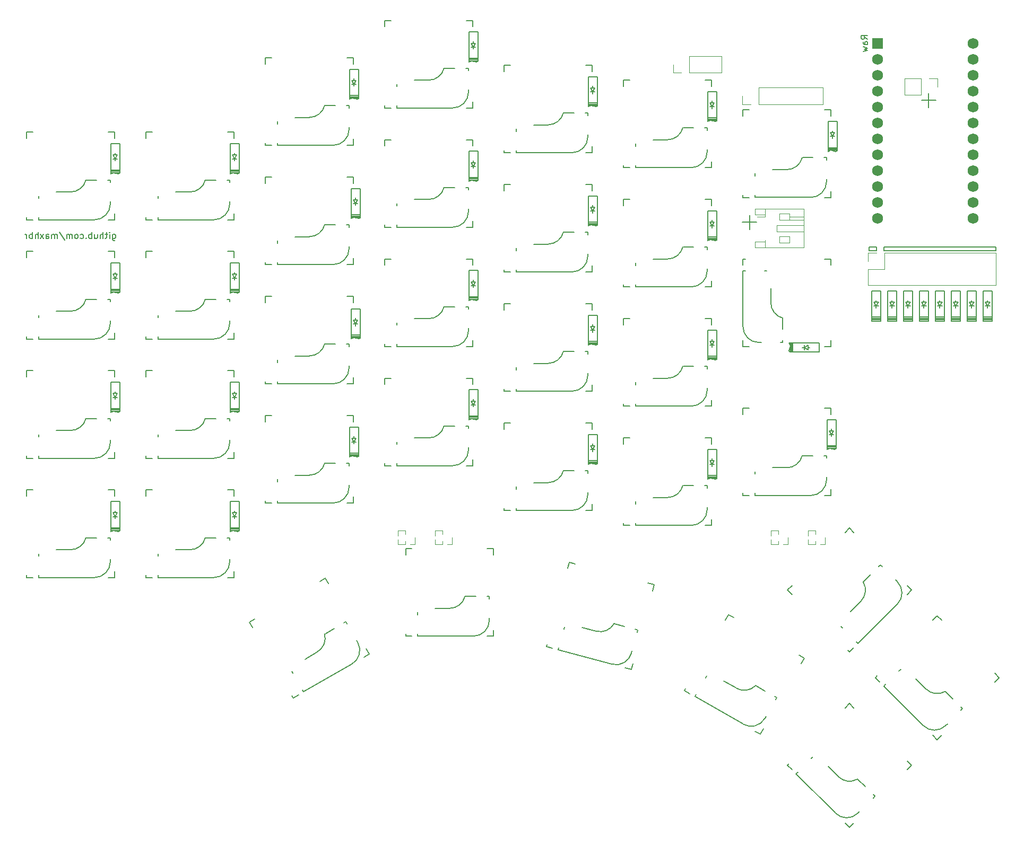
<source format=gbr>
%TF.GenerationSoftware,KiCad,Pcbnew,6.0.4*%
%TF.CreationDate,2022-04-28T08:17:54+02:00*%
%TF.ProjectId,mykeeb,6d796b65-6562-42e6-9b69-6361645f7063,rev?*%
%TF.SameCoordinates,Original*%
%TF.FileFunction,Legend,Bot*%
%TF.FilePolarity,Positive*%
%FSLAX46Y46*%
G04 Gerber Fmt 4.6, Leading zero omitted, Abs format (unit mm)*
G04 Created by KiCad (PCBNEW 6.0.4) date 2022-04-28 08:17:54*
%MOMM*%
%LPD*%
G01*
G04 APERTURE LIST*
%ADD10C,0.150000*%
%ADD11C,0.200000*%
%ADD12C,0.120000*%
%ADD13C,1.752600*%
%ADD14R,1.752600X1.752600*%
G04 APERTURE END LIST*
D10*
X155972006Y-59531300D02*
X154781380Y-59531300D01*
X154781380Y-59531300D02*
X154781380Y-58935987D01*
X154781380Y-58935987D02*
X155972006Y-58935987D01*
X155972006Y-58935987D02*
X155972006Y-59531300D01*
X175022022Y-59531300D02*
X157162632Y-59531300D01*
X157162632Y-59531300D02*
X157162632Y-58935987D01*
X157162632Y-58935987D02*
X175022022Y-58935987D01*
X175022022Y-58935987D02*
X175022022Y-59531300D01*
X34098683Y-56935762D02*
X34098683Y-57745286D01*
X34146302Y-57840524D01*
X34193921Y-57888143D01*
X34289159Y-57935762D01*
X34432017Y-57935762D01*
X34527255Y-57888143D01*
X34098683Y-57554809D02*
X34193921Y-57602428D01*
X34384398Y-57602428D01*
X34479636Y-57554809D01*
X34527255Y-57507190D01*
X34574874Y-57411952D01*
X34574874Y-57126238D01*
X34527255Y-57031000D01*
X34479636Y-56983381D01*
X34384398Y-56935762D01*
X34193921Y-56935762D01*
X34098683Y-56983381D01*
X33622493Y-57602428D02*
X33622493Y-56935762D01*
X33622493Y-56602428D02*
X33670112Y-56650048D01*
X33622493Y-56697667D01*
X33574874Y-56650048D01*
X33622493Y-56602428D01*
X33622493Y-56697667D01*
X33289159Y-56935762D02*
X32908207Y-56935762D01*
X33146302Y-56602428D02*
X33146302Y-57459571D01*
X33098683Y-57554809D01*
X33003445Y-57602428D01*
X32908207Y-57602428D01*
X32574874Y-57602428D02*
X32574874Y-56602428D01*
X32146302Y-57602428D02*
X32146302Y-57078619D01*
X32193921Y-56983381D01*
X32289159Y-56935762D01*
X32432017Y-56935762D01*
X32527255Y-56983381D01*
X32574874Y-57031000D01*
X31241540Y-56935762D02*
X31241540Y-57602428D01*
X31670112Y-56935762D02*
X31670112Y-57459571D01*
X31622493Y-57554809D01*
X31527255Y-57602428D01*
X31384398Y-57602428D01*
X31289159Y-57554809D01*
X31241540Y-57507190D01*
X30765350Y-57602428D02*
X30765350Y-56602428D01*
X30765350Y-56983381D02*
X30670112Y-56935762D01*
X30479636Y-56935762D01*
X30384398Y-56983381D01*
X30336778Y-57031000D01*
X30289159Y-57126238D01*
X30289159Y-57411952D01*
X30336778Y-57507190D01*
X30384398Y-57554809D01*
X30479636Y-57602428D01*
X30670112Y-57602428D01*
X30765350Y-57554809D01*
X29860588Y-57507190D02*
X29812969Y-57554809D01*
X29860588Y-57602428D01*
X29908207Y-57554809D01*
X29860588Y-57507190D01*
X29860588Y-57602428D01*
X28955826Y-57554809D02*
X29051064Y-57602428D01*
X29241540Y-57602428D01*
X29336778Y-57554809D01*
X29384398Y-57507190D01*
X29432017Y-57411952D01*
X29432017Y-57126238D01*
X29384398Y-57031000D01*
X29336778Y-56983381D01*
X29241540Y-56935762D01*
X29051064Y-56935762D01*
X28955826Y-56983381D01*
X28384398Y-57602428D02*
X28479636Y-57554809D01*
X28527255Y-57507190D01*
X28574874Y-57411952D01*
X28574874Y-57126238D01*
X28527255Y-57031000D01*
X28479636Y-56983381D01*
X28384398Y-56935762D01*
X28241540Y-56935762D01*
X28146302Y-56983381D01*
X28098683Y-57031000D01*
X28051064Y-57126238D01*
X28051064Y-57411952D01*
X28098683Y-57507190D01*
X28146302Y-57554809D01*
X28241540Y-57602428D01*
X28384398Y-57602428D01*
X27622493Y-57602428D02*
X27622493Y-56935762D01*
X27622493Y-57031000D02*
X27574874Y-56983381D01*
X27479636Y-56935762D01*
X27336778Y-56935762D01*
X27241540Y-56983381D01*
X27193921Y-57078619D01*
X27193921Y-57602428D01*
X27193921Y-57078619D02*
X27146302Y-56983381D01*
X27051064Y-56935762D01*
X26908207Y-56935762D01*
X26812969Y-56983381D01*
X26765350Y-57078619D01*
X26765350Y-57602428D01*
X25574874Y-56554809D02*
X26432017Y-57840524D01*
X25241540Y-57602428D02*
X25241540Y-56935762D01*
X25241540Y-57031000D02*
X25193921Y-56983381D01*
X25098683Y-56935762D01*
X24955826Y-56935762D01*
X24860588Y-56983381D01*
X24812969Y-57078619D01*
X24812969Y-57602428D01*
X24812969Y-57078619D02*
X24765350Y-56983381D01*
X24670112Y-56935762D01*
X24527255Y-56935762D01*
X24432017Y-56983381D01*
X24384398Y-57078619D01*
X24384398Y-57602428D01*
X23479636Y-57602428D02*
X23479636Y-57078619D01*
X23527255Y-56983381D01*
X23622493Y-56935762D01*
X23812969Y-56935762D01*
X23908207Y-56983381D01*
X23479636Y-57554809D02*
X23574874Y-57602428D01*
X23812969Y-57602428D01*
X23908207Y-57554809D01*
X23955826Y-57459571D01*
X23955826Y-57364333D01*
X23908207Y-57269095D01*
X23812969Y-57221476D01*
X23574874Y-57221476D01*
X23479636Y-57173857D01*
X23098683Y-57602428D02*
X22574874Y-56935762D01*
X23098683Y-56935762D02*
X22574874Y-57602428D01*
X22193921Y-57602428D02*
X22193921Y-56602428D01*
X21765350Y-57602428D02*
X21765350Y-57078619D01*
X21812969Y-56983381D01*
X21908207Y-56935762D01*
X22051064Y-56935762D01*
X22146302Y-56983381D01*
X22193921Y-57031000D01*
X21289159Y-57602428D02*
X21289159Y-56602428D01*
X21289159Y-56983381D02*
X21193921Y-56935762D01*
X21003445Y-56935762D01*
X20908207Y-56983381D01*
X20860588Y-57031000D01*
X20812969Y-57126238D01*
X20812969Y-57411952D01*
X20860588Y-57507190D01*
X20908207Y-57554809D01*
X21003445Y-57602428D01*
X21193921Y-57602428D01*
X21289159Y-57554809D01*
X20384398Y-57602428D02*
X20384398Y-56935762D01*
X20384398Y-57126238D02*
X20336778Y-57031000D01*
X20289159Y-56983381D01*
X20193921Y-56935762D01*
X20098683Y-56935762D01*
X163163427Y-35504453D02*
X165449142Y-35504453D01*
X164306285Y-34361596D02*
X164306285Y-36647310D01*
X136874221Y-54983081D02*
X134588506Y-54983081D01*
X135731364Y-56125938D02*
X135731364Y-53840224D01*
%TO.C,U1*%
X154556380Y-25749333D02*
X154080190Y-25416000D01*
X154556380Y-25177904D02*
X153556380Y-25177904D01*
X153556380Y-25558857D01*
X153604000Y-25654095D01*
X153651619Y-25701714D01*
X153746857Y-25749333D01*
X153889714Y-25749333D01*
X153984952Y-25701714D01*
X154032571Y-25654095D01*
X154080190Y-25558857D01*
X154080190Y-25177904D01*
X154556380Y-26606476D02*
X154032571Y-26606476D01*
X153937333Y-26558857D01*
X153889714Y-26463619D01*
X153889714Y-26273142D01*
X153937333Y-26177904D01*
X154508761Y-26606476D02*
X154556380Y-26511238D01*
X154556380Y-26273142D01*
X154508761Y-26177904D01*
X154413523Y-26130285D01*
X154318285Y-26130285D01*
X154223047Y-26177904D01*
X154175428Y-26273142D01*
X154175428Y-26511238D01*
X154127809Y-26606476D01*
X153889714Y-26987428D02*
X154556380Y-27177904D01*
X154080190Y-27368380D01*
X154556380Y-27558857D01*
X153889714Y-27749333D01*
%TO.C,K26*%
X136604375Y-98663125D02*
X145494375Y-98663125D01*
X148684375Y-84678125D02*
X148684375Y-85678125D01*
X147684375Y-84678125D02*
X148684375Y-84678125D01*
X135684375Y-98678125D02*
X134684375Y-98678125D01*
X148034375Y-92694125D02*
X148034375Y-92313125D01*
X148034375Y-92313125D02*
X147653375Y-92313125D01*
X134684375Y-98678125D02*
X134684375Y-98282125D01*
X134684375Y-85678125D02*
X134684375Y-84678125D01*
X148034375Y-96123125D02*
X148034375Y-95742125D01*
X148684375Y-97678125D02*
X148684375Y-98678125D01*
X136604375Y-98282125D02*
X136604375Y-98663125D01*
X148684375Y-98678125D02*
X147684375Y-98678125D01*
X136604375Y-94853125D02*
X136604375Y-95234125D01*
X141684375Y-94218125D02*
X139398375Y-94218125D01*
X134684375Y-84678125D02*
X135684375Y-84678125D01*
X145875375Y-92313125D02*
X144224375Y-92313125D01*
X141684375Y-94218125D02*
G75*
G03*
X144148537Y-92294165I0J2540000D01*
G01*
X145494375Y-98663125D02*
G75*
G03*
X148034375Y-96123125I0J2540000D01*
G01*
D11*
%TO.C,D33*%
X92378125Y-85953625D02*
X90978125Y-85953625D01*
X91424125Y-86353625D02*
X90978125Y-86553625D01*
X92028125Y-84153625D02*
X91278125Y-84153625D01*
X91678125Y-83553625D02*
X91678125Y-83253625D01*
X92186125Y-86553625D02*
X92378125Y-86407625D01*
X90978125Y-86553625D02*
X90978125Y-81753625D01*
X92028125Y-83553625D02*
X91278125Y-83553625D01*
X92186125Y-86553625D02*
X91424125Y-86353625D01*
X91278125Y-83553625D02*
X91678125Y-84153625D01*
X92378125Y-86153625D02*
X90978125Y-86153625D01*
X92378125Y-86407625D02*
X92378125Y-81753625D01*
X92378125Y-81753625D02*
X90978125Y-81753625D01*
X91678125Y-84153625D02*
X91678125Y-84453625D01*
X92378125Y-86353625D02*
X90978125Y-86353625D01*
X91678125Y-84153625D02*
X92028125Y-83553625D01*
D10*
%TO.C,K14*%
X109934375Y-56594375D02*
X109553375Y-56594375D01*
X98504375Y-62563375D02*
X98504375Y-62944375D01*
X103584375Y-58499375D02*
X101298375Y-58499375D01*
X110584375Y-61959375D02*
X110584375Y-62959375D01*
X98504375Y-59134375D02*
X98504375Y-59515375D01*
X110584375Y-48959375D02*
X110584375Y-49959375D01*
X96584375Y-49959375D02*
X96584375Y-48959375D01*
X109934375Y-56975375D02*
X109934375Y-56594375D01*
X107775375Y-56594375D02*
X106124375Y-56594375D01*
X109934375Y-60404375D02*
X109934375Y-60023375D01*
X110584375Y-62959375D02*
X109584375Y-62959375D01*
X109584375Y-48959375D02*
X110584375Y-48959375D01*
X96584375Y-62959375D02*
X96584375Y-62563375D01*
X96584375Y-48959375D02*
X97584375Y-48959375D01*
X98504375Y-62944375D02*
X107394375Y-62944375D01*
X97584375Y-62959375D02*
X96584375Y-62959375D01*
X103584375Y-58499375D02*
G75*
G03*
X106048537Y-56575415I0J2540000D01*
G01*
X107394375Y-62944375D02*
G75*
G03*
X109934375Y-60404375I0J2540000D01*
G01*
%TO.C,K12*%
X59484375Y-61768750D02*
X58484375Y-61768750D01*
X72484375Y-61768750D02*
X71484375Y-61768750D01*
X72484375Y-60768750D02*
X72484375Y-61768750D01*
X58484375Y-48768750D02*
X58484375Y-47768750D01*
X71834375Y-55784750D02*
X71834375Y-55403750D01*
X58484375Y-61768750D02*
X58484375Y-61372750D01*
X71484375Y-47768750D02*
X72484375Y-47768750D01*
X72484375Y-47768750D02*
X72484375Y-48768750D01*
X71834375Y-59213750D02*
X71834375Y-58832750D01*
X60404375Y-61372750D02*
X60404375Y-61753750D01*
X71834375Y-55403750D02*
X71453375Y-55403750D01*
X60404375Y-61753750D02*
X69294375Y-61753750D01*
X65484375Y-57308750D02*
X63198375Y-57308750D01*
X58484375Y-47768750D02*
X59484375Y-47768750D01*
X60404375Y-57943750D02*
X60404375Y-58324750D01*
X69675375Y-55403750D02*
X68024375Y-55403750D01*
X65484375Y-57308750D02*
G75*
G03*
X67948537Y-55384790I0J2540000D01*
G01*
X69294375Y-61753750D02*
G75*
G03*
X71834375Y-59213750I0J2540000D01*
G01*
D11*
%TO.C,D32*%
X72374125Y-92306750D02*
X71928125Y-92506750D01*
X72628125Y-89506750D02*
X72628125Y-89206750D01*
X73328125Y-92106750D02*
X71928125Y-92106750D01*
X72978125Y-90106750D02*
X72228125Y-90106750D01*
X73136125Y-92506750D02*
X72374125Y-92306750D01*
X71928125Y-92506750D02*
X71928125Y-87706750D01*
X73328125Y-87706750D02*
X71928125Y-87706750D01*
X72228125Y-89506750D02*
X72628125Y-90106750D01*
X73136125Y-92506750D02*
X73328125Y-92360750D01*
X72978125Y-89506750D02*
X72228125Y-89506750D01*
X73328125Y-91906750D02*
X71928125Y-91906750D01*
X72628125Y-90106750D02*
X72978125Y-89506750D01*
X73328125Y-92306750D02*
X71928125Y-92306750D01*
X72628125Y-90106750D02*
X72628125Y-90406750D01*
X73328125Y-92360750D02*
X73328125Y-87706750D01*
D10*
%TO.C,K22*%
X72484375Y-66818750D02*
X72484375Y-67818750D01*
X65484375Y-76358750D02*
X63198375Y-76358750D01*
X71834375Y-74453750D02*
X71453375Y-74453750D01*
X58484375Y-66818750D02*
X59484375Y-66818750D01*
X71834375Y-74834750D02*
X71834375Y-74453750D01*
X60404375Y-76993750D02*
X60404375Y-77374750D01*
X60404375Y-80422750D02*
X60404375Y-80803750D01*
X71484375Y-66818750D02*
X72484375Y-66818750D01*
X69675375Y-74453750D02*
X68024375Y-74453750D01*
X58484375Y-80818750D02*
X58484375Y-80422750D01*
X72484375Y-80818750D02*
X71484375Y-80818750D01*
X60404375Y-80803750D02*
X69294375Y-80803750D01*
X71834375Y-78263750D02*
X71834375Y-77882750D01*
X59484375Y-80818750D02*
X58484375Y-80818750D01*
X72484375Y-79818750D02*
X72484375Y-80818750D01*
X58484375Y-67818750D02*
X58484375Y-66818750D01*
X69294375Y-80803750D02*
G75*
G03*
X71834375Y-78263750I0J2540000D01*
G01*
X65484375Y-76358750D02*
G75*
G03*
X67948537Y-74434790I0J2540000D01*
G01*
%TO.C,K45*%
X165692599Y-117866627D02*
X166399706Y-118573734D01*
X164985492Y-118573734D02*
X165692599Y-117866627D01*
X165692599Y-137665617D02*
X164985492Y-136958510D01*
X169464307Y-132974671D02*
X169733714Y-132705263D01*
X159855433Y-126419084D02*
X159586025Y-126688491D01*
X157430763Y-128843753D02*
X157161356Y-129113160D01*
X156500211Y-128473229D02*
X155793104Y-127766122D01*
X174884987Y-127059015D02*
X175592094Y-127766122D01*
X167039637Y-135399340D02*
X167309045Y-135129932D01*
X168207071Y-131178619D02*
X167039637Y-130011186D01*
X166399706Y-136958510D02*
X165692599Y-137665617D01*
X157161356Y-129113160D02*
X163447535Y-135399340D01*
X163896548Y-129562173D02*
X162280102Y-127945727D01*
X175592094Y-127766122D02*
X174884987Y-128473229D01*
X155793104Y-127766122D02*
X156073118Y-127486108D01*
X169733714Y-132705263D02*
X169464307Y-132435855D01*
X163896548Y-129562173D02*
G75*
G03*
X166999419Y-129944154I1796051J1796051D01*
G01*
X163447535Y-135399340D02*
G75*
G03*
X167039637Y-135399340I1796051J1796052D01*
G01*
%TO.C,K44*%
X151692599Y-151665617D02*
X150985492Y-150958510D01*
X150985492Y-132573734D02*
X151692599Y-131866627D01*
X161592094Y-141766122D02*
X160884987Y-142473229D01*
X155733714Y-146705263D02*
X155464307Y-146435855D01*
X160884987Y-141059015D02*
X161592094Y-141766122D01*
X143430763Y-142843753D02*
X143161356Y-143113160D01*
X142500211Y-142473229D02*
X141793104Y-141766122D01*
X155464307Y-146974671D02*
X155733714Y-146705263D01*
X149896548Y-143562173D02*
X148280102Y-141945727D01*
X145855433Y-140419084D02*
X145586025Y-140688491D01*
X143161356Y-143113160D02*
X149447535Y-149399340D01*
X153039637Y-149399340D02*
X153309045Y-149129932D01*
X151692599Y-131866627D02*
X152399706Y-132573734D01*
X154207071Y-145178619D02*
X153039637Y-144011186D01*
X141793104Y-141766122D02*
X142073118Y-141486108D01*
X152399706Y-150958510D02*
X151692599Y-151665617D01*
X149896548Y-143562173D02*
G75*
G03*
X152999419Y-143944154I1796051J1796051D01*
G01*
X149447535Y-149399340D02*
G75*
G03*
X153039637Y-149399340I1796051J1796052D01*
G01*
D11*
%TO.C,D10*%
X34878125Y-63913000D02*
X34128125Y-63913000D01*
X35036125Y-66313000D02*
X35228125Y-66167000D01*
X34128125Y-63313000D02*
X34528125Y-63913000D01*
X35228125Y-65713000D02*
X33828125Y-65713000D01*
X35228125Y-61513000D02*
X33828125Y-61513000D01*
X35228125Y-65913000D02*
X33828125Y-65913000D01*
X34528125Y-63313000D02*
X34528125Y-63013000D01*
X34528125Y-63913000D02*
X34528125Y-64213000D01*
X35228125Y-66167000D02*
X35228125Y-61513000D01*
X34528125Y-63913000D02*
X34878125Y-63313000D01*
X35228125Y-66113000D02*
X33828125Y-66113000D01*
X34878125Y-63313000D02*
X34128125Y-63313000D01*
X34274125Y-66113000D02*
X33828125Y-66313000D01*
X35036125Y-66313000D02*
X34274125Y-66113000D01*
X33828125Y-66313000D02*
X33828125Y-61513000D01*
%TO.C,D2*%
X72628125Y-32956750D02*
X72978125Y-32356750D01*
X72628125Y-32356750D02*
X72628125Y-32056750D01*
X73328125Y-30556750D02*
X71928125Y-30556750D01*
X72228125Y-32356750D02*
X72628125Y-32956750D01*
X71928125Y-35356750D02*
X71928125Y-30556750D01*
X73328125Y-35156750D02*
X71928125Y-35156750D01*
X72374125Y-35156750D02*
X71928125Y-35356750D01*
X73328125Y-34956750D02*
X71928125Y-34956750D01*
X73136125Y-35356750D02*
X72374125Y-35156750D01*
X72628125Y-32956750D02*
X72628125Y-33256750D01*
X73328125Y-35210750D02*
X73328125Y-30556750D01*
X72978125Y-32956750D02*
X72228125Y-32956750D01*
X73136125Y-35356750D02*
X73328125Y-35210750D01*
X72978125Y-32356750D02*
X72228125Y-32356750D01*
X73328125Y-34756750D02*
X71928125Y-34756750D01*
D10*
%TO.C,K30*%
X20384375Y-111775000D02*
X20384375Y-111379000D01*
X34384375Y-110775000D02*
X34384375Y-111775000D01*
X22304375Y-107950000D02*
X22304375Y-108331000D01*
X33734375Y-105791000D02*
X33734375Y-105410000D01*
X20384375Y-98775000D02*
X20384375Y-97775000D01*
X33734375Y-109220000D02*
X33734375Y-108839000D01*
X33384375Y-97775000D02*
X34384375Y-97775000D01*
X33734375Y-105410000D02*
X33353375Y-105410000D01*
X34384375Y-111775000D02*
X33384375Y-111775000D01*
X21384375Y-111775000D02*
X20384375Y-111775000D01*
X20384375Y-97775000D02*
X21384375Y-97775000D01*
X22304375Y-111760000D02*
X31194375Y-111760000D01*
X31575375Y-105410000D02*
X29924375Y-105410000D01*
X27384375Y-107315000D02*
X25098375Y-107315000D01*
X34384375Y-97775000D02*
X34384375Y-98775000D01*
X22304375Y-111379000D02*
X22304375Y-111760000D01*
X31194375Y-111760000D02*
G75*
G03*
X33734375Y-109220000I0J2540000D01*
G01*
X27384375Y-107315000D02*
G75*
G03*
X29848537Y-105391040I0J2540000D01*
G01*
D11*
%TO.C,D14*%
X111078125Y-53197375D02*
X110328125Y-53197375D01*
X110728125Y-53197375D02*
X110728125Y-53497375D01*
X110328125Y-52597375D02*
X110728125Y-53197375D01*
X110474125Y-55397375D02*
X110028125Y-55597375D01*
X111236125Y-55597375D02*
X110474125Y-55397375D01*
X111236125Y-55597375D02*
X111428125Y-55451375D01*
X111078125Y-52597375D02*
X110328125Y-52597375D01*
X110728125Y-53197375D02*
X111078125Y-52597375D01*
X111428125Y-50797375D02*
X110028125Y-50797375D01*
X111428125Y-54997375D02*
X110028125Y-54997375D01*
X111428125Y-55451375D02*
X111428125Y-50797375D01*
X110028125Y-55597375D02*
X110028125Y-50797375D01*
X111428125Y-55197375D02*
X110028125Y-55197375D01*
X110728125Y-52597375D02*
X110728125Y-52297375D01*
X111428125Y-55397375D02*
X110028125Y-55397375D01*
%TO.C,D5*%
X130478125Y-38528625D02*
X129078125Y-38528625D01*
X129778125Y-36528625D02*
X129778125Y-36828625D01*
X129078125Y-38928625D02*
X129078125Y-34128625D01*
X130478125Y-38328625D02*
X129078125Y-38328625D01*
X129378125Y-35928625D02*
X129778125Y-36528625D01*
X129778125Y-35928625D02*
X129778125Y-35628625D01*
X130478125Y-38728625D02*
X129078125Y-38728625D01*
X130286125Y-38928625D02*
X130478125Y-38782625D01*
X130128125Y-35928625D02*
X129378125Y-35928625D01*
X130478125Y-38782625D02*
X130478125Y-34128625D01*
X129778125Y-36528625D02*
X130128125Y-35928625D01*
X130478125Y-34128625D02*
X129078125Y-34128625D01*
X129524125Y-38728625D02*
X129078125Y-38928625D01*
X130286125Y-38928625D02*
X129524125Y-38728625D01*
X130128125Y-36528625D02*
X129378125Y-36528625D01*
%TO.C,D15*%
X130478125Y-57578625D02*
X129078125Y-57578625D01*
X129778125Y-54978625D02*
X129778125Y-54678625D01*
X129524125Y-57778625D02*
X129078125Y-57978625D01*
X130128125Y-54978625D02*
X129378125Y-54978625D01*
X129778125Y-55578625D02*
X129778125Y-55878625D01*
X130478125Y-57778625D02*
X129078125Y-57778625D01*
X129378125Y-54978625D02*
X129778125Y-55578625D01*
X130128125Y-55578625D02*
X129378125Y-55578625D01*
X130286125Y-57978625D02*
X130478125Y-57832625D01*
X130478125Y-57378625D02*
X129078125Y-57378625D01*
X130286125Y-57978625D02*
X129524125Y-57778625D01*
X130478125Y-57832625D02*
X130478125Y-53178625D01*
X129778125Y-55578625D02*
X130128125Y-54978625D01*
X130478125Y-53178625D02*
X129078125Y-53178625D01*
X129078125Y-57978625D02*
X129078125Y-53178625D01*
%TO.C,D11*%
X52878125Y-66313000D02*
X52878125Y-61513000D01*
X53928125Y-63913000D02*
X53178125Y-63913000D01*
X53578125Y-63913000D02*
X53928125Y-63313000D01*
X53578125Y-63313000D02*
X53578125Y-63013000D01*
X54086125Y-66313000D02*
X53324125Y-66113000D01*
X53928125Y-63313000D02*
X53178125Y-63313000D01*
X54278125Y-65913000D02*
X52878125Y-65913000D01*
X54278125Y-65713000D02*
X52878125Y-65713000D01*
X54278125Y-61513000D02*
X52878125Y-61513000D01*
X54086125Y-66313000D02*
X54278125Y-66167000D01*
X54278125Y-66167000D02*
X54278125Y-61513000D01*
X53578125Y-63913000D02*
X53578125Y-64213000D01*
X53178125Y-63313000D02*
X53578125Y-63913000D01*
X53324125Y-66113000D02*
X52878125Y-66313000D01*
X54278125Y-66113000D02*
X52878125Y-66113000D01*
D10*
%TO.C,K31*%
X46434375Y-107315000D02*
X44148375Y-107315000D01*
X41354375Y-107950000D02*
X41354375Y-108331000D01*
X40434375Y-111775000D02*
X39434375Y-111775000D01*
X53434375Y-97775000D02*
X53434375Y-98775000D01*
X41354375Y-111379000D02*
X41354375Y-111760000D01*
X52434375Y-97775000D02*
X53434375Y-97775000D01*
X52784375Y-109220000D02*
X52784375Y-108839000D01*
X53434375Y-111775000D02*
X52434375Y-111775000D01*
X53434375Y-110775000D02*
X53434375Y-111775000D01*
X41354375Y-111760000D02*
X50244375Y-111760000D01*
X50625375Y-105410000D02*
X48974375Y-105410000D01*
X52784375Y-105791000D02*
X52784375Y-105410000D01*
X39434375Y-97775000D02*
X40434375Y-97775000D01*
X39434375Y-98775000D02*
X39434375Y-97775000D01*
X52784375Y-105410000D02*
X52403375Y-105410000D01*
X39434375Y-111775000D02*
X39434375Y-111379000D01*
X50244375Y-111760000D02*
G75*
G03*
X52784375Y-109220000I0J2540000D01*
G01*
X46434375Y-107315000D02*
G75*
G03*
X48898537Y-105391040I0J2540000D01*
G01*
%TO.C,K40*%
X68046553Y-111881572D02*
X68546553Y-112747598D01*
X66754375Y-123643455D02*
X64774641Y-124786455D01*
X75046553Y-124005928D02*
X74180527Y-124505928D01*
X62922197Y-131005928D02*
X62724197Y-130662982D01*
X64386966Y-129702982D02*
X64577466Y-130032937D01*
X67180527Y-112381572D02*
X68046553Y-111881572D01*
X71491636Y-119148632D02*
X71301136Y-118818676D01*
X63788223Y-130505928D02*
X62922197Y-131005928D01*
X71301136Y-118818676D02*
X70971181Y-119009176D01*
X55922197Y-118881572D02*
X56788223Y-118381572D01*
X69431387Y-119898176D02*
X68001580Y-120723676D01*
X64577466Y-130032937D02*
X72276432Y-125587937D01*
X62672466Y-126733381D02*
X62862966Y-127063336D01*
X73206136Y-122118233D02*
X73015636Y-121788277D01*
X74546553Y-123139902D02*
X75046553Y-124005928D01*
X56422197Y-119747598D02*
X55922197Y-118881572D01*
X66754375Y-123643455D02*
G75*
G03*
X67926422Y-120745175I-1270000J2199705D01*
G01*
X72276432Y-125587937D02*
G75*
G03*
X73206136Y-122118233I-1270000J2199704D01*
G01*
%TO.C,K46*%
X160884987Y-113059015D02*
X161592094Y-113766122D01*
X152770230Y-122027958D02*
X153039637Y-122297365D01*
X151692599Y-123665617D02*
X151412585Y-123385603D01*
X161592094Y-113766122D02*
X160884987Y-114473229D01*
X150345561Y-119603288D02*
X150614968Y-119872696D01*
X141793104Y-113766122D02*
X142500211Y-113059015D01*
X153488650Y-115562173D02*
X151872204Y-117178619D01*
X150985492Y-104573734D02*
X151692599Y-103866627D01*
X142500211Y-114473229D02*
X141793104Y-113766122D01*
X155105096Y-111251650D02*
X153937663Y-112419084D01*
X151692599Y-103866627D02*
X152399706Y-104573734D01*
X156901148Y-109994414D02*
X156631740Y-109725007D01*
X153039637Y-122297365D02*
X159325817Y-116011186D01*
X159325817Y-112419084D02*
X159056409Y-112149676D01*
X152399706Y-122958510D02*
X151692599Y-123665617D01*
X156631740Y-109725007D02*
X156362332Y-109994414D01*
X153488650Y-115562173D02*
G75*
G03*
X153870631Y-112459302I-1796051J1796051D01*
G01*
X159325817Y-116011186D02*
G75*
G03*
X159325817Y-112419084I-1796052J1796051D01*
G01*
D11*
%TO.C,D16*%
X145046375Y-74609375D02*
X144446375Y-75009375D01*
X142646375Y-75709375D02*
X142646375Y-74309375D01*
X142246375Y-74755375D02*
X142046375Y-74309375D01*
X144446375Y-75359375D02*
X144446375Y-74609375D01*
X145046375Y-75359375D02*
X145046375Y-74609375D01*
X142046375Y-74309375D02*
X146846375Y-74309375D01*
X142046375Y-75517375D02*
X142192375Y-75709375D01*
X146846375Y-75709375D02*
X146846375Y-74309375D01*
X142046375Y-75517375D02*
X142246375Y-74755375D01*
X142446375Y-75709375D02*
X142446375Y-74309375D01*
X144446375Y-75009375D02*
X144146375Y-75009375D01*
X142246375Y-75709375D02*
X142246375Y-74309375D01*
X142192375Y-75709375D02*
X146846375Y-75709375D01*
X144446375Y-75009375D02*
X145046375Y-75359375D01*
X145046375Y-75009375D02*
X145346375Y-75009375D01*
D10*
%TO.C,K20*%
X20384375Y-92725000D02*
X20384375Y-92329000D01*
X34384375Y-78725000D02*
X34384375Y-79725000D01*
X33734375Y-86741000D02*
X33734375Y-86360000D01*
X22304375Y-92710000D02*
X31194375Y-92710000D01*
X33734375Y-86360000D02*
X33353375Y-86360000D01*
X20384375Y-79725000D02*
X20384375Y-78725000D01*
X21384375Y-92725000D02*
X20384375Y-92725000D01*
X27384375Y-88265000D02*
X25098375Y-88265000D01*
X33734375Y-90170000D02*
X33734375Y-89789000D01*
X22304375Y-88900000D02*
X22304375Y-89281000D01*
X31575375Y-86360000D02*
X29924375Y-86360000D01*
X20384375Y-78725000D02*
X21384375Y-78725000D01*
X22304375Y-92329000D02*
X22304375Y-92710000D01*
X33384375Y-78725000D02*
X34384375Y-78725000D01*
X34384375Y-92725000D02*
X33384375Y-92725000D01*
X34384375Y-91725000D02*
X34384375Y-92725000D01*
X31194375Y-92710000D02*
G75*
G03*
X33734375Y-90170000I0J2540000D01*
G01*
X27384375Y-88265000D02*
G75*
G03*
X29848537Y-86341040I0J2540000D01*
G01*
D11*
%TO.C,D30*%
X34528125Y-101413000D02*
X34528125Y-101113000D01*
X33828125Y-104413000D02*
X33828125Y-99613000D01*
X35228125Y-99613000D02*
X33828125Y-99613000D01*
X34528125Y-102013000D02*
X34528125Y-102313000D01*
X35036125Y-104413000D02*
X34274125Y-104213000D01*
X35228125Y-103813000D02*
X33828125Y-103813000D01*
X35228125Y-104213000D02*
X33828125Y-104213000D01*
X34878125Y-102013000D02*
X34128125Y-102013000D01*
X34528125Y-102013000D02*
X34878125Y-101413000D01*
X34274125Y-104213000D02*
X33828125Y-104413000D01*
X34878125Y-101413000D02*
X34128125Y-101413000D01*
X34128125Y-101413000D02*
X34528125Y-102013000D01*
X35228125Y-104267000D02*
X35228125Y-99613000D01*
X35228125Y-104013000D02*
X33828125Y-104013000D01*
X35036125Y-104413000D02*
X35228125Y-104267000D01*
%TO.C,D25*%
X130286125Y-77028625D02*
X129524125Y-76828625D01*
X129378125Y-74028625D02*
X129778125Y-74628625D01*
X129778125Y-74028625D02*
X129778125Y-73728625D01*
X130478125Y-72228625D02*
X129078125Y-72228625D01*
X130478125Y-76882625D02*
X130478125Y-72228625D01*
X129778125Y-74628625D02*
X130128125Y-74028625D01*
X129778125Y-74628625D02*
X129778125Y-74928625D01*
X129524125Y-76828625D02*
X129078125Y-77028625D01*
X130478125Y-76428625D02*
X129078125Y-76428625D01*
X130286125Y-77028625D02*
X130478125Y-76882625D01*
X129078125Y-77028625D02*
X129078125Y-72228625D01*
X130128125Y-74628625D02*
X129378125Y-74628625D01*
X130478125Y-76628625D02*
X129078125Y-76628625D01*
X130478125Y-76828625D02*
X129078125Y-76828625D01*
X130128125Y-74028625D02*
X129378125Y-74028625D01*
%TO.C,D0*%
X34274125Y-47063000D02*
X33828125Y-47263000D01*
X33828125Y-47263000D02*
X33828125Y-42463000D01*
X34128125Y-44263000D02*
X34528125Y-44863000D01*
X34528125Y-44863000D02*
X34878125Y-44263000D01*
X35036125Y-47263000D02*
X35228125Y-47117000D01*
X35036125Y-47263000D02*
X34274125Y-47063000D01*
X35228125Y-42463000D02*
X33828125Y-42463000D01*
X34528125Y-44863000D02*
X34528125Y-45163000D01*
X35228125Y-47117000D02*
X35228125Y-42463000D01*
X35228125Y-46863000D02*
X33828125Y-46863000D01*
X34878125Y-44263000D02*
X34128125Y-44263000D01*
X34878125Y-44863000D02*
X34128125Y-44863000D01*
X35228125Y-46663000D02*
X33828125Y-46663000D01*
X35228125Y-47063000D02*
X33828125Y-47063000D01*
X34528125Y-44263000D02*
X34528125Y-43963000D01*
%TO.C,D4*%
X110728125Y-34147375D02*
X110728125Y-34447375D01*
X110728125Y-34147375D02*
X111078125Y-33547375D01*
X111078125Y-33547375D02*
X110328125Y-33547375D01*
X110328125Y-33547375D02*
X110728125Y-34147375D01*
X110028125Y-36547375D02*
X110028125Y-31747375D01*
X111428125Y-36147375D02*
X110028125Y-36147375D01*
X111078125Y-34147375D02*
X110328125Y-34147375D01*
X110728125Y-33547375D02*
X110728125Y-33247375D01*
X111236125Y-36547375D02*
X110474125Y-36347375D01*
X111428125Y-31747375D02*
X110028125Y-31747375D01*
X111236125Y-36547375D02*
X111428125Y-36401375D01*
X111428125Y-36347375D02*
X110028125Y-36347375D01*
X110474125Y-36347375D02*
X110028125Y-36547375D01*
X111428125Y-36401375D02*
X111428125Y-31747375D01*
X111428125Y-35947375D02*
X110028125Y-35947375D01*
D10*
%TO.C,K11*%
X53434375Y-72675000D02*
X53434375Y-73675000D01*
X50625375Y-67310000D02*
X48974375Y-67310000D01*
X53434375Y-73675000D02*
X52434375Y-73675000D01*
X52784375Y-71120000D02*
X52784375Y-70739000D01*
X39434375Y-73675000D02*
X39434375Y-73279000D01*
X41354375Y-73279000D02*
X41354375Y-73660000D01*
X53434375Y-59675000D02*
X53434375Y-60675000D01*
X39434375Y-60675000D02*
X39434375Y-59675000D01*
X52784375Y-67310000D02*
X52403375Y-67310000D01*
X41354375Y-73660000D02*
X50244375Y-73660000D01*
X52434375Y-59675000D02*
X53434375Y-59675000D01*
X40434375Y-73675000D02*
X39434375Y-73675000D01*
X39434375Y-59675000D02*
X40434375Y-59675000D01*
X41354375Y-69850000D02*
X41354375Y-70231000D01*
X46434375Y-69215000D02*
X44148375Y-69215000D01*
X52784375Y-67691000D02*
X52784375Y-67310000D01*
X50244375Y-73660000D02*
G75*
G03*
X52784375Y-71120000I0J2540000D01*
G01*
X46434375Y-69215000D02*
G75*
G03*
X48898537Y-67291040I0J2540000D01*
G01*
%TO.C,K4*%
X96584375Y-43909375D02*
X96584375Y-43513375D01*
X109934375Y-41354375D02*
X109934375Y-40973375D01*
X97584375Y-43909375D02*
X96584375Y-43909375D01*
X110584375Y-42909375D02*
X110584375Y-43909375D01*
X110584375Y-43909375D02*
X109584375Y-43909375D01*
X103584375Y-39449375D02*
X101298375Y-39449375D01*
X109934375Y-37544375D02*
X109553375Y-37544375D01*
X98504375Y-43894375D02*
X107394375Y-43894375D01*
X107775375Y-37544375D02*
X106124375Y-37544375D01*
X98504375Y-40084375D02*
X98504375Y-40465375D01*
X110584375Y-29909375D02*
X110584375Y-30909375D01*
X98504375Y-43513375D02*
X98504375Y-43894375D01*
X109934375Y-37925375D02*
X109934375Y-37544375D01*
X109584375Y-29909375D02*
X110584375Y-29909375D01*
X96584375Y-30909375D02*
X96584375Y-29909375D01*
X96584375Y-29909375D02*
X97584375Y-29909375D01*
X103584375Y-39449375D02*
G75*
G03*
X106048537Y-37525415I0J2540000D01*
G01*
X107394375Y-43894375D02*
G75*
G03*
X109934375Y-41354375I0J2540000D01*
G01*
D11*
%TO.C,D31*%
X53578125Y-102013000D02*
X53928125Y-101413000D01*
X53578125Y-101413000D02*
X53578125Y-101113000D01*
X54278125Y-103813000D02*
X52878125Y-103813000D01*
X53324125Y-104213000D02*
X52878125Y-104413000D01*
X54278125Y-99613000D02*
X52878125Y-99613000D01*
X54086125Y-104413000D02*
X54278125Y-104267000D01*
X53178125Y-101413000D02*
X53578125Y-102013000D01*
X52878125Y-104413000D02*
X52878125Y-99613000D01*
X53928125Y-102013000D02*
X53178125Y-102013000D01*
X54278125Y-104213000D02*
X52878125Y-104213000D01*
X54278125Y-104013000D02*
X52878125Y-104013000D01*
X54086125Y-104413000D02*
X53324125Y-104213000D01*
X53928125Y-101413000D02*
X53178125Y-101413000D01*
X53578125Y-102013000D02*
X53578125Y-102313000D01*
X54278125Y-104267000D02*
X54278125Y-99613000D01*
D10*
%TO.C,K10*%
X22304375Y-73279000D02*
X22304375Y-73660000D01*
X20384375Y-60675000D02*
X20384375Y-59675000D01*
X22304375Y-69850000D02*
X22304375Y-70231000D01*
X33734375Y-67310000D02*
X33353375Y-67310000D01*
X33734375Y-67691000D02*
X33734375Y-67310000D01*
X22304375Y-73660000D02*
X31194375Y-73660000D01*
X33734375Y-71120000D02*
X33734375Y-70739000D01*
X34384375Y-59675000D02*
X34384375Y-60675000D01*
X21384375Y-73675000D02*
X20384375Y-73675000D01*
X33384375Y-59675000D02*
X34384375Y-59675000D01*
X27384375Y-69215000D02*
X25098375Y-69215000D01*
X34384375Y-72675000D02*
X34384375Y-73675000D01*
X20384375Y-73675000D02*
X20384375Y-73279000D01*
X20384375Y-59675000D02*
X21384375Y-59675000D01*
X34384375Y-73675000D02*
X33384375Y-73675000D01*
X31575375Y-67310000D02*
X29924375Y-67310000D01*
X27384375Y-69215000D02*
G75*
G03*
X29848537Y-67291040I0J2540000D01*
G01*
X31194375Y-73660000D02*
G75*
G03*
X33734375Y-71120000I0J2540000D01*
G01*
D11*
%TO.C,D3*%
X92378125Y-29203625D02*
X90978125Y-29203625D01*
X90978125Y-29403625D02*
X90978125Y-24603625D01*
X92378125Y-29003625D02*
X90978125Y-29003625D01*
X92378125Y-24603625D02*
X90978125Y-24603625D01*
X92186125Y-29403625D02*
X91424125Y-29203625D01*
X92186125Y-29403625D02*
X92378125Y-29257625D01*
X91678125Y-26403625D02*
X91678125Y-26103625D01*
X91678125Y-27003625D02*
X92028125Y-26403625D01*
X92378125Y-28803625D02*
X90978125Y-28803625D01*
X91424125Y-29203625D02*
X90978125Y-29403625D01*
X92028125Y-27003625D02*
X91278125Y-27003625D01*
X92378125Y-29257625D02*
X92378125Y-24603625D01*
X91678125Y-27003625D02*
X91678125Y-27303625D01*
X92028125Y-26403625D02*
X91278125Y-26403625D01*
X91278125Y-26403625D02*
X91678125Y-27003625D01*
%TO.C,D13*%
X92186125Y-48453625D02*
X92378125Y-48307625D01*
X91424125Y-48253625D02*
X90978125Y-48453625D01*
X92378125Y-47853625D02*
X90978125Y-47853625D01*
X90978125Y-48453625D02*
X90978125Y-43653625D01*
X92028125Y-45453625D02*
X91278125Y-45453625D01*
X91278125Y-45453625D02*
X91678125Y-46053625D01*
X92378125Y-48307625D02*
X92378125Y-43653625D01*
X91678125Y-46053625D02*
X91678125Y-46353625D01*
X92378125Y-48253625D02*
X90978125Y-48253625D01*
X92378125Y-48053625D02*
X90978125Y-48053625D01*
X92186125Y-48453625D02*
X91424125Y-48253625D01*
X92028125Y-46053625D02*
X91278125Y-46053625D01*
X91678125Y-45453625D02*
X91678125Y-45153625D01*
X92378125Y-43653625D02*
X90978125Y-43653625D01*
X91678125Y-46053625D02*
X92028125Y-45453625D01*
%TO.C,D20*%
X34878125Y-82363000D02*
X34128125Y-82363000D01*
X35228125Y-84963000D02*
X33828125Y-84963000D01*
X34128125Y-82363000D02*
X34528125Y-82963000D01*
X34528125Y-82363000D02*
X34528125Y-82063000D01*
X35036125Y-85363000D02*
X35228125Y-85217000D01*
X34274125Y-85163000D02*
X33828125Y-85363000D01*
X34878125Y-82963000D02*
X34128125Y-82963000D01*
X34528125Y-82963000D02*
X34878125Y-82363000D01*
X35228125Y-84763000D02*
X33828125Y-84763000D01*
X35228125Y-85217000D02*
X35228125Y-80563000D01*
X34528125Y-82963000D02*
X34528125Y-83263000D01*
X35036125Y-85363000D02*
X34274125Y-85163000D01*
X35228125Y-80563000D02*
X33828125Y-80563000D01*
X35228125Y-85163000D02*
X33828125Y-85163000D01*
X33828125Y-85363000D02*
X33828125Y-80563000D01*
D10*
%TO.C,K3*%
X77534375Y-36765625D02*
X77534375Y-36369625D01*
X84534375Y-32305625D02*
X82248375Y-32305625D01*
X88725375Y-30400625D02*
X87074375Y-30400625D01*
X90534375Y-22765625D02*
X91534375Y-22765625D01*
X79454375Y-32940625D02*
X79454375Y-33321625D01*
X90884375Y-30400625D02*
X90503375Y-30400625D01*
X90884375Y-30781625D02*
X90884375Y-30400625D01*
X78534375Y-36765625D02*
X77534375Y-36765625D01*
X79454375Y-36369625D02*
X79454375Y-36750625D01*
X79454375Y-36750625D02*
X88344375Y-36750625D01*
X90884375Y-34210625D02*
X90884375Y-33829625D01*
X91534375Y-35765625D02*
X91534375Y-36765625D01*
X77534375Y-23765625D02*
X77534375Y-22765625D01*
X91534375Y-36765625D02*
X90534375Y-36765625D01*
X77534375Y-22765625D02*
X78534375Y-22765625D01*
X91534375Y-22765625D02*
X91534375Y-23765625D01*
X84534375Y-32305625D02*
G75*
G03*
X86998537Y-30381665I0J2540000D01*
G01*
X88344375Y-36750625D02*
G75*
G03*
X90884375Y-34210625I0J2540000D01*
G01*
D11*
%TO.C,D23*%
X91678125Y-64503625D02*
X91678125Y-64203625D01*
X92028125Y-64503625D02*
X91278125Y-64503625D01*
X90978125Y-67503625D02*
X90978125Y-62703625D01*
X91678125Y-65103625D02*
X92028125Y-64503625D01*
X91278125Y-64503625D02*
X91678125Y-65103625D01*
X92378125Y-67357625D02*
X92378125Y-62703625D01*
X92378125Y-67103625D02*
X90978125Y-67103625D01*
X92378125Y-62703625D02*
X90978125Y-62703625D01*
X91424125Y-67303625D02*
X90978125Y-67503625D01*
X92186125Y-67503625D02*
X91424125Y-67303625D01*
X92186125Y-67503625D02*
X92378125Y-67357625D01*
X92378125Y-66903625D02*
X90978125Y-66903625D01*
X92028125Y-65103625D02*
X91278125Y-65103625D01*
X92378125Y-67303625D02*
X90978125Y-67303625D01*
X91678125Y-65103625D02*
X91678125Y-65403625D01*
D10*
%TO.C,K16*%
X137239375Y-74215625D02*
X137620375Y-74215625D01*
X134684375Y-61865625D02*
X134684375Y-60865625D01*
X138509375Y-62785625D02*
X138128375Y-62785625D01*
X141049375Y-72056625D02*
X141049375Y-70405625D01*
X148684375Y-73865625D02*
X148684375Y-74865625D01*
X135080375Y-62785625D02*
X134699375Y-62785625D01*
X139144375Y-67865625D02*
X139144375Y-65579625D01*
X141049375Y-74215625D02*
X141049375Y-73834625D01*
X147684375Y-60865625D02*
X148684375Y-60865625D01*
X134699375Y-62785625D02*
X134699375Y-71675625D01*
X134684375Y-60865625D02*
X135080375Y-60865625D01*
X135684375Y-74865625D02*
X134684375Y-74865625D01*
X148684375Y-60865625D02*
X148684375Y-61865625D01*
X148684375Y-74865625D02*
X147684375Y-74865625D01*
X140668375Y-74215625D02*
X141049375Y-74215625D01*
X134684375Y-74865625D02*
X134684375Y-73865625D01*
X139144375Y-67865625D02*
G75*
G03*
X141068335Y-70329787I2540000J0D01*
G01*
X134699375Y-71675625D02*
G75*
G03*
X137239375Y-74215625I2540000J0D01*
G01*
%TO.C,K35*%
X128984375Y-97456625D02*
X128984375Y-97075625D01*
X117554375Y-103425625D02*
X126444375Y-103425625D01*
X117554375Y-103044625D02*
X117554375Y-103425625D01*
X129634375Y-103440625D02*
X128634375Y-103440625D01*
X115634375Y-90440625D02*
X115634375Y-89440625D01*
X116634375Y-103440625D02*
X115634375Y-103440625D01*
X128984375Y-100885625D02*
X128984375Y-100504625D01*
X126825375Y-97075625D02*
X125174375Y-97075625D01*
X128984375Y-97075625D02*
X128603375Y-97075625D01*
X129634375Y-102440625D02*
X129634375Y-103440625D01*
X122634375Y-98980625D02*
X120348375Y-98980625D01*
X129634375Y-89440625D02*
X129634375Y-90440625D01*
X115634375Y-103440625D02*
X115634375Y-103044625D01*
X117554375Y-99615625D02*
X117554375Y-99996625D01*
X128634375Y-89440625D02*
X129634375Y-89440625D01*
X115634375Y-89440625D02*
X116634375Y-89440625D01*
X122634375Y-98980625D02*
G75*
G03*
X125098537Y-97056665I0J2540000D01*
G01*
X126444375Y-103425625D02*
G75*
G03*
X128984375Y-100885625I0J2540000D01*
G01*
%TO.C,K2*%
X58484375Y-28718750D02*
X59484375Y-28718750D01*
X72484375Y-28718750D02*
X72484375Y-29718750D01*
X60404375Y-42703750D02*
X69294375Y-42703750D01*
X71484375Y-28718750D02*
X72484375Y-28718750D01*
X71834375Y-36353750D02*
X71453375Y-36353750D01*
X60404375Y-38893750D02*
X60404375Y-39274750D01*
X58484375Y-42718750D02*
X58484375Y-42322750D01*
X59484375Y-42718750D02*
X58484375Y-42718750D01*
X65484375Y-38258750D02*
X63198375Y-38258750D01*
X69675375Y-36353750D02*
X68024375Y-36353750D01*
X71834375Y-40163750D02*
X71834375Y-39782750D01*
X71834375Y-36734750D02*
X71834375Y-36353750D01*
X58484375Y-29718750D02*
X58484375Y-28718750D01*
X72484375Y-41718750D02*
X72484375Y-42718750D01*
X60404375Y-42322750D02*
X60404375Y-42703750D01*
X72484375Y-42718750D02*
X71484375Y-42718750D01*
X65484375Y-38258750D02*
G75*
G03*
X67948537Y-36334790I0J2540000D01*
G01*
X69294375Y-42703750D02*
G75*
G03*
X71834375Y-40163750I0J2540000D01*
G01*
%TO.C,K32*%
X71834375Y-93503750D02*
X71453375Y-93503750D01*
X60404375Y-96043750D02*
X60404375Y-96424750D01*
X72484375Y-99868750D02*
X71484375Y-99868750D01*
X58484375Y-86868750D02*
X58484375Y-85868750D01*
X71484375Y-85868750D02*
X72484375Y-85868750D01*
X69675375Y-93503750D02*
X68024375Y-93503750D01*
X60404375Y-99472750D02*
X60404375Y-99853750D01*
X71834375Y-93884750D02*
X71834375Y-93503750D01*
X60404375Y-99853750D02*
X69294375Y-99853750D01*
X59484375Y-99868750D02*
X58484375Y-99868750D01*
X58484375Y-99868750D02*
X58484375Y-99472750D01*
X71834375Y-97313750D02*
X71834375Y-96932750D01*
X58484375Y-85868750D02*
X59484375Y-85868750D01*
X72484375Y-98868750D02*
X72484375Y-99868750D01*
X72484375Y-85868750D02*
X72484375Y-86868750D01*
X65484375Y-95408750D02*
X63198375Y-95408750D01*
X65484375Y-95408750D02*
G75*
G03*
X67948537Y-93484790I0J2540000D01*
G01*
X69294375Y-99853750D02*
G75*
G03*
X71834375Y-97313750I0J2540000D01*
G01*
%TO.C,K5*%
X115634375Y-46290625D02*
X115634375Y-45894625D01*
X129634375Y-45290625D02*
X129634375Y-46290625D01*
X117554375Y-46275625D02*
X126444375Y-46275625D01*
X129634375Y-32290625D02*
X129634375Y-33290625D01*
X122634375Y-41830625D02*
X120348375Y-41830625D01*
X129634375Y-46290625D02*
X128634375Y-46290625D01*
X115634375Y-32290625D02*
X116634375Y-32290625D01*
X126825375Y-39925625D02*
X125174375Y-39925625D01*
X128984375Y-40306625D02*
X128984375Y-39925625D01*
X117554375Y-45894625D02*
X117554375Y-46275625D01*
X128984375Y-43735625D02*
X128984375Y-43354625D01*
X116634375Y-46290625D02*
X115634375Y-46290625D01*
X128634375Y-32290625D02*
X129634375Y-32290625D01*
X128984375Y-39925625D02*
X128603375Y-39925625D01*
X117554375Y-42465625D02*
X117554375Y-42846625D01*
X115634375Y-33290625D02*
X115634375Y-32290625D01*
X122634375Y-41830625D02*
G75*
G03*
X125098537Y-39906665I0J2540000D01*
G01*
X126444375Y-46275625D02*
G75*
G03*
X128984375Y-43735625I0J2540000D01*
G01*
%TO.C,K6*%
X148684375Y-37053125D02*
X148684375Y-38053125D01*
X134684375Y-51053125D02*
X134684375Y-50657125D01*
X136604375Y-51038125D02*
X145494375Y-51038125D01*
X148034375Y-48498125D02*
X148034375Y-48117125D01*
X148684375Y-51053125D02*
X147684375Y-51053125D01*
X134684375Y-38053125D02*
X134684375Y-37053125D01*
X136604375Y-47228125D02*
X136604375Y-47609125D01*
X148034375Y-44688125D02*
X147653375Y-44688125D01*
X141684375Y-46593125D02*
X139398375Y-46593125D01*
X148034375Y-45069125D02*
X148034375Y-44688125D01*
X145875375Y-44688125D02*
X144224375Y-44688125D01*
X135684375Y-51053125D02*
X134684375Y-51053125D01*
X136604375Y-50657125D02*
X136604375Y-51038125D01*
X148684375Y-50053125D02*
X148684375Y-51053125D01*
X134684375Y-37053125D02*
X135684375Y-37053125D01*
X147684375Y-37053125D02*
X148684375Y-37053125D01*
X141684375Y-46593125D02*
G75*
G03*
X144148537Y-44669165I0J2540000D01*
G01*
X145494375Y-51038125D02*
G75*
G03*
X148034375Y-48498125I0J2540000D01*
G01*
%TO.C,K13*%
X90884375Y-49450625D02*
X90503375Y-49450625D01*
X79454375Y-51990625D02*
X79454375Y-52371625D01*
X79454375Y-55800625D02*
X88344375Y-55800625D01*
X77534375Y-42815625D02*
X77534375Y-41815625D01*
X78534375Y-55815625D02*
X77534375Y-55815625D01*
X90884375Y-49831625D02*
X90884375Y-49450625D01*
X91534375Y-55815625D02*
X90534375Y-55815625D01*
X77534375Y-55815625D02*
X77534375Y-55419625D01*
X79454375Y-55419625D02*
X79454375Y-55800625D01*
X91534375Y-41815625D02*
X91534375Y-42815625D01*
X90884375Y-53260625D02*
X90884375Y-52879625D01*
X91534375Y-54815625D02*
X91534375Y-55815625D01*
X90534375Y-41815625D02*
X91534375Y-41815625D01*
X88725375Y-49450625D02*
X87074375Y-49450625D01*
X77534375Y-41815625D02*
X78534375Y-41815625D01*
X84534375Y-51355625D02*
X82248375Y-51355625D01*
X88344375Y-55800625D02*
G75*
G03*
X90884375Y-53260625I0J2540000D01*
G01*
X84534375Y-51355625D02*
G75*
G03*
X86998537Y-49431665I0J2540000D01*
G01*
%TO.C,K41*%
X87868125Y-116681250D02*
X85582125Y-116681250D01*
X82788125Y-121126250D02*
X91678125Y-121126250D01*
X81868125Y-121141250D02*
X80868125Y-121141250D01*
X93868125Y-107141250D02*
X94868125Y-107141250D01*
X80868125Y-108141250D02*
X80868125Y-107141250D01*
X80868125Y-107141250D02*
X81868125Y-107141250D01*
X94218125Y-114776250D02*
X93837125Y-114776250D01*
X80868125Y-121141250D02*
X80868125Y-120745250D01*
X92059125Y-114776250D02*
X90408125Y-114776250D01*
X94218125Y-115157250D02*
X94218125Y-114776250D01*
X82788125Y-117316250D02*
X82788125Y-117697250D01*
X94218125Y-118586250D02*
X94218125Y-118205250D01*
X94868125Y-120141250D02*
X94868125Y-121141250D01*
X94868125Y-107141250D02*
X94868125Y-108141250D01*
X82788125Y-120745250D02*
X82788125Y-121126250D01*
X94868125Y-121141250D02*
X93868125Y-121141250D01*
X91678125Y-121126250D02*
G75*
G03*
X94218125Y-118586250I0J2540000D01*
G01*
X87868125Y-116681250D02*
G75*
G03*
X90332287Y-114757290I0J2540000D01*
G01*
%TO.C,K1*%
X52784375Y-48641000D02*
X52784375Y-48260000D01*
X52784375Y-52070000D02*
X52784375Y-51689000D01*
X46434375Y-50165000D02*
X44148375Y-50165000D01*
X41354375Y-54229000D02*
X41354375Y-54610000D01*
X39434375Y-54625000D02*
X39434375Y-54229000D01*
X53434375Y-40625000D02*
X53434375Y-41625000D01*
X52784375Y-48260000D02*
X52403375Y-48260000D01*
X52434375Y-40625000D02*
X53434375Y-40625000D01*
X39434375Y-41625000D02*
X39434375Y-40625000D01*
X40434375Y-54625000D02*
X39434375Y-54625000D01*
X41354375Y-50800000D02*
X41354375Y-51181000D01*
X50625375Y-48260000D02*
X48974375Y-48260000D01*
X53434375Y-54625000D02*
X52434375Y-54625000D01*
X53434375Y-53625000D02*
X53434375Y-54625000D01*
X41354375Y-54610000D02*
X50244375Y-54610000D01*
X39434375Y-40625000D02*
X40434375Y-40625000D01*
X46434375Y-50165000D02*
G75*
G03*
X48898537Y-48241040I0J2540000D01*
G01*
X50244375Y-54610000D02*
G75*
G03*
X52784375Y-52070000I0J2540000D01*
G01*
%TO.C,K42*%
X116901928Y-123808916D02*
X117000538Y-123440898D01*
X116868497Y-126445089D02*
X115902572Y-126186270D01*
X106710183Y-110264587D02*
X106969003Y-109298661D01*
X106190096Y-119623889D02*
X106091486Y-119991906D01*
X117127317Y-125479163D02*
X116868497Y-126445089D01*
X105203996Y-123304066D02*
X113791076Y-125604967D01*
X104311462Y-123080442D02*
X103345536Y-122821622D01*
X103345536Y-122821622D02*
X103448028Y-122439116D01*
X105302606Y-122936048D02*
X105203996Y-123304066D01*
X117888029Y-120128739D02*
X117520011Y-120030129D01*
X117789419Y-120496757D02*
X117888029Y-120128739D01*
X106969003Y-109298661D02*
X107934928Y-109557480D01*
X115802595Y-119569949D02*
X114207852Y-119142638D01*
X111261350Y-120325327D02*
X109053243Y-119733666D01*
X119526038Y-112663308D02*
X120491964Y-112922128D01*
X120491964Y-112922128D02*
X120233145Y-113888053D01*
X111261350Y-120325327D02*
G75*
G03*
X114139505Y-119104696I657399J2453454D01*
G01*
X113791076Y-125604966D02*
G75*
G03*
X116901928Y-123808916I657401J2453450D01*
G01*
D11*
%TO.C,D21*%
X54278125Y-85217000D02*
X54278125Y-80563000D01*
X53324125Y-85163000D02*
X52878125Y-85363000D01*
X54086125Y-85363000D02*
X54278125Y-85217000D01*
X53578125Y-82963000D02*
X53928125Y-82363000D01*
X54278125Y-84763000D02*
X52878125Y-84763000D01*
X54278125Y-85163000D02*
X52878125Y-85163000D01*
X52878125Y-85363000D02*
X52878125Y-80563000D01*
X54278125Y-80563000D02*
X52878125Y-80563000D01*
X54086125Y-85363000D02*
X53324125Y-85163000D01*
X53578125Y-82363000D02*
X53578125Y-82063000D01*
X53578125Y-82963000D02*
X53578125Y-83263000D01*
X53928125Y-82363000D02*
X53178125Y-82363000D01*
X54278125Y-84963000D02*
X52878125Y-84963000D01*
X53928125Y-82963000D02*
X53178125Y-82963000D01*
X53178125Y-82363000D02*
X53578125Y-82963000D01*
D10*
%TO.C,K25*%
X115634375Y-70390625D02*
X116634375Y-70390625D01*
X115634375Y-71390625D02*
X115634375Y-70390625D01*
X117554375Y-83994625D02*
X117554375Y-84375625D01*
X128634375Y-70390625D02*
X129634375Y-70390625D01*
X129634375Y-84390625D02*
X128634375Y-84390625D01*
X122634375Y-79930625D02*
X120348375Y-79930625D01*
X128984375Y-78025625D02*
X128603375Y-78025625D01*
X116634375Y-84390625D02*
X115634375Y-84390625D01*
X128984375Y-78406625D02*
X128984375Y-78025625D01*
X129634375Y-70390625D02*
X129634375Y-71390625D01*
X126825375Y-78025625D02*
X125174375Y-78025625D01*
X129634375Y-83390625D02*
X129634375Y-84390625D01*
X128984375Y-81835625D02*
X128984375Y-81454625D01*
X117554375Y-84375625D02*
X126444375Y-84375625D01*
X115634375Y-84390625D02*
X115634375Y-83994625D01*
X117554375Y-80565625D02*
X117554375Y-80946625D01*
X122634375Y-79930625D02*
G75*
G03*
X125098537Y-78006665I0J2540000D01*
G01*
X126444375Y-84375625D02*
G75*
G03*
X128984375Y-81835625I0J2540000D01*
G01*
D11*
%TO.C,D1*%
X53578125Y-44863000D02*
X53578125Y-45163000D01*
X53928125Y-44263000D02*
X53178125Y-44263000D01*
X54278125Y-42463000D02*
X52878125Y-42463000D01*
X53578125Y-44263000D02*
X53578125Y-43963000D01*
X52878125Y-47263000D02*
X52878125Y-42463000D01*
X53578125Y-44863000D02*
X53928125Y-44263000D01*
X54086125Y-47263000D02*
X54278125Y-47117000D01*
X54278125Y-46863000D02*
X52878125Y-46863000D01*
X53324125Y-47063000D02*
X52878125Y-47263000D01*
X53928125Y-44863000D02*
X53178125Y-44863000D01*
X54278125Y-46663000D02*
X52878125Y-46663000D01*
X53178125Y-44263000D02*
X53578125Y-44863000D01*
X54278125Y-47117000D02*
X54278125Y-42463000D01*
X54086125Y-47263000D02*
X53324125Y-47063000D01*
X54278125Y-47063000D02*
X52878125Y-47063000D01*
D10*
%TO.C,K33*%
X90884375Y-91360625D02*
X90884375Y-90979625D01*
X79454375Y-93900625D02*
X88344375Y-93900625D01*
X84534375Y-89455625D02*
X82248375Y-89455625D01*
X77534375Y-80915625D02*
X77534375Y-79915625D01*
X91534375Y-79915625D02*
X91534375Y-80915625D01*
X91534375Y-92915625D02*
X91534375Y-93915625D01*
X88725375Y-87550625D02*
X87074375Y-87550625D01*
X90884375Y-87931625D02*
X90884375Y-87550625D01*
X79454375Y-90090625D02*
X79454375Y-90471625D01*
X77534375Y-79915625D02*
X78534375Y-79915625D01*
X90534375Y-79915625D02*
X91534375Y-79915625D01*
X78534375Y-93915625D02*
X77534375Y-93915625D01*
X79454375Y-93519625D02*
X79454375Y-93900625D01*
X90884375Y-87550625D02*
X90503375Y-87550625D01*
X91534375Y-93915625D02*
X90534375Y-93915625D01*
X77534375Y-93915625D02*
X77534375Y-93519625D01*
X84534375Y-89455625D02*
G75*
G03*
X86998537Y-87531665I0J2540000D01*
G01*
X88344375Y-93900625D02*
G75*
G03*
X90884375Y-91360625I0J2540000D01*
G01*
D11*
%TO.C,D24*%
X111428125Y-74047375D02*
X110028125Y-74047375D01*
X111428125Y-69847375D02*
X110028125Y-69847375D01*
X111428125Y-74447375D02*
X110028125Y-74447375D01*
X111236125Y-74647375D02*
X110474125Y-74447375D01*
X111078125Y-71647375D02*
X110328125Y-71647375D01*
X111236125Y-74647375D02*
X111428125Y-74501375D01*
X111428125Y-74501375D02*
X111428125Y-69847375D01*
X110028125Y-74647375D02*
X110028125Y-69847375D01*
X110728125Y-72247375D02*
X110728125Y-72547375D01*
X110328125Y-71647375D02*
X110728125Y-72247375D01*
X111428125Y-74247375D02*
X110028125Y-74247375D01*
X110728125Y-71647375D02*
X110728125Y-71347375D01*
X110728125Y-72247375D02*
X111078125Y-71647375D01*
X111078125Y-72247375D02*
X110328125Y-72247375D01*
X110474125Y-74447375D02*
X110028125Y-74647375D01*
%TO.C,D26*%
X149178125Y-88316125D02*
X148428125Y-88316125D01*
X149336125Y-91316125D02*
X148574125Y-91116125D01*
X149528125Y-86516125D02*
X148128125Y-86516125D01*
X148574125Y-91116125D02*
X148128125Y-91316125D01*
X149336125Y-91316125D02*
X149528125Y-91170125D01*
X148428125Y-88316125D02*
X148828125Y-88916125D01*
X149528125Y-91116125D02*
X148128125Y-91116125D01*
X149528125Y-90916125D02*
X148128125Y-90916125D01*
X149528125Y-91170125D02*
X149528125Y-86516125D01*
X149528125Y-90716125D02*
X148128125Y-90716125D01*
X148828125Y-88316125D02*
X148828125Y-88016125D01*
X149178125Y-88916125D02*
X148428125Y-88916125D01*
X148128125Y-91316125D02*
X148128125Y-86516125D01*
X148828125Y-88916125D02*
X148828125Y-89216125D01*
X148828125Y-88916125D02*
X149178125Y-88316125D01*
D10*
%TO.C,K43*%
X139894977Y-131293007D02*
X140085477Y-130963051D01*
X138180477Y-134262608D02*
X138370977Y-133932652D01*
X126207564Y-130300303D02*
X125341538Y-129800303D01*
X131841538Y-118541973D02*
X132341538Y-117675947D01*
X140085477Y-130963051D02*
X139755522Y-130772551D01*
X127202307Y-130417357D02*
X127011807Y-130747312D01*
X144465894Y-124675947D02*
X143965894Y-125541973D01*
X127011807Y-130747312D02*
X134710773Y-135192312D01*
X137465894Y-136800303D02*
X136599868Y-136300303D01*
X137965894Y-135934277D02*
X137465894Y-136800303D01*
X132341538Y-117675947D02*
X133207564Y-118175947D01*
X138215728Y-129883551D02*
X136785921Y-129058051D01*
X133633716Y-129437830D02*
X131653982Y-128294830D01*
X143599868Y-124175947D02*
X144465894Y-124675947D01*
X128916807Y-127447756D02*
X128726307Y-127777711D01*
X125341538Y-129800303D02*
X125539538Y-129457357D01*
X133633716Y-129437830D02*
G75*
G03*
X136729723Y-129003712I1270000J2199705D01*
G01*
X134710773Y-135192312D02*
G75*
G03*
X138180477Y-134262608I1270000J2199704D01*
G01*
D11*
%TO.C,D35*%
X130478125Y-95878625D02*
X129078125Y-95878625D01*
X129524125Y-95878625D02*
X129078125Y-96078625D01*
X129078125Y-96078625D02*
X129078125Y-91278625D01*
X130128125Y-93078625D02*
X129378125Y-93078625D01*
X129778125Y-93678625D02*
X129778125Y-93978625D01*
X129378125Y-93078625D02*
X129778125Y-93678625D01*
X130478125Y-95678625D02*
X129078125Y-95678625D01*
X130128125Y-93678625D02*
X129378125Y-93678625D01*
X130478125Y-95932625D02*
X130478125Y-91278625D01*
X130478125Y-91278625D02*
X129078125Y-91278625D01*
X130478125Y-95478625D02*
X129078125Y-95478625D01*
X130286125Y-96078625D02*
X130478125Y-95932625D01*
X129778125Y-93678625D02*
X130128125Y-93078625D01*
X129778125Y-93078625D02*
X129778125Y-92778625D01*
X130286125Y-96078625D02*
X129524125Y-95878625D01*
D10*
%TO.C,K21*%
X39434375Y-79725000D02*
X39434375Y-78725000D01*
X53434375Y-92725000D02*
X52434375Y-92725000D01*
X50625375Y-86360000D02*
X48974375Y-86360000D01*
X41354375Y-92710000D02*
X50244375Y-92710000D01*
X53434375Y-78725000D02*
X53434375Y-79725000D01*
X41354375Y-92329000D02*
X41354375Y-92710000D01*
X52784375Y-90170000D02*
X52784375Y-89789000D01*
X52434375Y-78725000D02*
X53434375Y-78725000D01*
X46434375Y-88265000D02*
X44148375Y-88265000D01*
X39434375Y-92725000D02*
X39434375Y-92329000D01*
X41354375Y-88900000D02*
X41354375Y-89281000D01*
X52784375Y-86360000D02*
X52403375Y-86360000D01*
X52784375Y-86741000D02*
X52784375Y-86360000D01*
X53434375Y-91725000D02*
X53434375Y-92725000D01*
X39434375Y-78725000D02*
X40434375Y-78725000D01*
X40434375Y-92725000D02*
X39434375Y-92725000D01*
X50244375Y-92710000D02*
G75*
G03*
X52784375Y-90170000I0J2540000D01*
G01*
X46434375Y-88265000D02*
G75*
G03*
X48898537Y-86341040I0J2540000D01*
G01*
D11*
%TO.C,D12*%
X73582125Y-54206750D02*
X72182125Y-54206750D01*
X72882125Y-52006750D02*
X73232125Y-51406750D01*
X73582125Y-54260750D02*
X73582125Y-49606750D01*
X73390125Y-54406750D02*
X73582125Y-54260750D01*
X73390125Y-54406750D02*
X72628125Y-54206750D01*
X73582125Y-53806750D02*
X72182125Y-53806750D01*
X73232125Y-52006750D02*
X72482125Y-52006750D01*
X73582125Y-54006750D02*
X72182125Y-54006750D01*
X72882125Y-52006750D02*
X72882125Y-52306750D01*
X73232125Y-51406750D02*
X72482125Y-51406750D01*
X72628125Y-54206750D02*
X72182125Y-54406750D01*
X73582125Y-49606750D02*
X72182125Y-49606750D01*
X72482125Y-51406750D02*
X72882125Y-52006750D01*
X72182125Y-54406750D02*
X72182125Y-49606750D01*
X72882125Y-51406750D02*
X72882125Y-51106750D01*
D10*
%TO.C,K0*%
X33384375Y-40625000D02*
X34384375Y-40625000D01*
X33734375Y-48260000D02*
X33353375Y-48260000D01*
X20384375Y-41625000D02*
X20384375Y-40625000D01*
X33734375Y-52070000D02*
X33734375Y-51689000D01*
X20384375Y-40625000D02*
X21384375Y-40625000D01*
X22304375Y-54610000D02*
X31194375Y-54610000D01*
X20384375Y-54625000D02*
X20384375Y-54229000D01*
X33734375Y-48641000D02*
X33734375Y-48260000D01*
X34384375Y-54625000D02*
X33384375Y-54625000D01*
X22304375Y-54229000D02*
X22304375Y-54610000D01*
X34384375Y-53625000D02*
X34384375Y-54625000D01*
X21384375Y-54625000D02*
X20384375Y-54625000D01*
X34384375Y-40625000D02*
X34384375Y-41625000D01*
X27384375Y-50165000D02*
X25098375Y-50165000D01*
X31575375Y-48260000D02*
X29924375Y-48260000D01*
X22304375Y-50800000D02*
X22304375Y-51181000D01*
X31194375Y-54610000D02*
G75*
G03*
X33734375Y-52070000I0J2540000D01*
G01*
X27384375Y-50165000D02*
G75*
G03*
X29848537Y-48241040I0J2540000D01*
G01*
%TO.C,K34*%
X107775375Y-94694375D02*
X106124375Y-94694375D01*
X109934375Y-95075375D02*
X109934375Y-94694375D01*
X98504375Y-100663375D02*
X98504375Y-101044375D01*
X110584375Y-100059375D02*
X110584375Y-101059375D01*
X96584375Y-87059375D02*
X97584375Y-87059375D01*
X103584375Y-96599375D02*
X101298375Y-96599375D01*
X109934375Y-94694375D02*
X109553375Y-94694375D01*
X97584375Y-101059375D02*
X96584375Y-101059375D01*
X110584375Y-101059375D02*
X109584375Y-101059375D01*
X98504375Y-97234375D02*
X98504375Y-97615375D01*
X109584375Y-87059375D02*
X110584375Y-87059375D01*
X96584375Y-101059375D02*
X96584375Y-100663375D01*
X98504375Y-101044375D02*
X107394375Y-101044375D01*
X96584375Y-88059375D02*
X96584375Y-87059375D01*
X109934375Y-98504375D02*
X109934375Y-98123375D01*
X110584375Y-87059375D02*
X110584375Y-88059375D01*
X107394375Y-101044375D02*
G75*
G03*
X109934375Y-98504375I0J2540000D01*
G01*
X103584375Y-96599375D02*
G75*
G03*
X106048537Y-94675415I0J2540000D01*
G01*
D11*
%TO.C,D34*%
X111236125Y-93697375D02*
X110474125Y-93497375D01*
X111078125Y-91297375D02*
X110328125Y-91297375D01*
X111078125Y-90697375D02*
X110328125Y-90697375D01*
X111236125Y-93697375D02*
X111428125Y-93551375D01*
X110728125Y-90697375D02*
X110728125Y-90397375D01*
X110728125Y-91297375D02*
X111078125Y-90697375D01*
X111428125Y-93097375D02*
X110028125Y-93097375D01*
X111428125Y-93297375D02*
X110028125Y-93297375D01*
X110474125Y-93497375D02*
X110028125Y-93697375D01*
X110328125Y-90697375D02*
X110728125Y-91297375D01*
X111428125Y-88897375D02*
X110028125Y-88897375D01*
X111428125Y-93551375D02*
X111428125Y-88897375D01*
X110728125Y-91297375D02*
X110728125Y-91597375D01*
X110028125Y-93697375D02*
X110028125Y-88897375D01*
X111428125Y-93497375D02*
X110028125Y-93497375D01*
%TO.C,D22*%
X73232125Y-71231375D02*
X72482125Y-71231375D01*
X72182125Y-73631375D02*
X72182125Y-68831375D01*
X73232125Y-70631375D02*
X72482125Y-70631375D01*
X73582125Y-73431375D02*
X72182125Y-73431375D01*
X72882125Y-71231375D02*
X72882125Y-71531375D01*
X73582125Y-73031375D02*
X72182125Y-73031375D01*
X73390125Y-73631375D02*
X73582125Y-73485375D01*
X72482125Y-70631375D02*
X72882125Y-71231375D01*
X73582125Y-68831375D02*
X72182125Y-68831375D01*
X73582125Y-73231375D02*
X72182125Y-73231375D01*
X73582125Y-73485375D02*
X73582125Y-68831375D01*
X72628125Y-73431375D02*
X72182125Y-73631375D01*
X72882125Y-70631375D02*
X72882125Y-70331375D01*
X73390125Y-73631375D02*
X72628125Y-73431375D01*
X72882125Y-71231375D02*
X73232125Y-70631375D01*
D10*
%TO.C,K24*%
X109934375Y-79454375D02*
X109934375Y-79073375D01*
X97584375Y-82009375D02*
X96584375Y-82009375D01*
X98504375Y-78184375D02*
X98504375Y-78565375D01*
X96584375Y-69009375D02*
X96584375Y-68009375D01*
X110584375Y-82009375D02*
X109584375Y-82009375D01*
X96584375Y-82009375D02*
X96584375Y-81613375D01*
X109584375Y-68009375D02*
X110584375Y-68009375D01*
X98504375Y-81613375D02*
X98504375Y-81994375D01*
X110584375Y-81009375D02*
X110584375Y-82009375D01*
X110584375Y-68009375D02*
X110584375Y-69009375D01*
X98504375Y-81994375D02*
X107394375Y-81994375D01*
X109934375Y-76025375D02*
X109934375Y-75644375D01*
X96584375Y-68009375D02*
X97584375Y-68009375D01*
X107775375Y-75644375D02*
X106124375Y-75644375D01*
X109934375Y-75644375D02*
X109553375Y-75644375D01*
X103584375Y-77549375D02*
X101298375Y-77549375D01*
X107394375Y-81994375D02*
G75*
G03*
X109934375Y-79454375I0J2540000D01*
G01*
X103584375Y-77549375D02*
G75*
G03*
X106048537Y-75625415I0J2540000D01*
G01*
%TO.C,K23*%
X78534375Y-74865625D02*
X77534375Y-74865625D01*
X79454375Y-74469625D02*
X79454375Y-74850625D01*
X90884375Y-68881625D02*
X90884375Y-68500625D01*
X77534375Y-74865625D02*
X77534375Y-74469625D01*
X91534375Y-74865625D02*
X90534375Y-74865625D01*
X77534375Y-60865625D02*
X78534375Y-60865625D01*
X90534375Y-60865625D02*
X91534375Y-60865625D01*
X79454375Y-71040625D02*
X79454375Y-71421625D01*
X79454375Y-74850625D02*
X88344375Y-74850625D01*
X91534375Y-73865625D02*
X91534375Y-74865625D01*
X88725375Y-68500625D02*
X87074375Y-68500625D01*
X90884375Y-68500625D02*
X90503375Y-68500625D01*
X91534375Y-60865625D02*
X91534375Y-61865625D01*
X84534375Y-70405625D02*
X82248375Y-70405625D01*
X90884375Y-72310625D02*
X90884375Y-71929625D01*
X77534375Y-61865625D02*
X77534375Y-60865625D01*
X88344375Y-74850625D02*
G75*
G03*
X90884375Y-72310625I0J2540000D01*
G01*
X84534375Y-70405625D02*
G75*
G03*
X86998537Y-68481665I0J2540000D01*
G01*
D11*
%TO.C,D6*%
X149510750Y-43691125D02*
X149702750Y-43545125D01*
X148302750Y-43691125D02*
X148302750Y-38891125D01*
X149002750Y-41291125D02*
X149002750Y-41591125D01*
X149702750Y-43545125D02*
X149702750Y-38891125D01*
X149702750Y-43491125D02*
X148302750Y-43491125D01*
X148748750Y-43491125D02*
X148302750Y-43691125D01*
X149702750Y-38891125D02*
X148302750Y-38891125D01*
X149002750Y-41291125D02*
X149352750Y-40691125D01*
X149510750Y-43691125D02*
X148748750Y-43491125D01*
X149002750Y-40691125D02*
X149002750Y-40391125D01*
X149352750Y-41291125D02*
X148602750Y-41291125D01*
X149702750Y-43091125D02*
X148302750Y-43091125D01*
X148602750Y-40691125D02*
X149002750Y-41291125D01*
X149352750Y-40691125D02*
X148602750Y-40691125D01*
X149702750Y-43291125D02*
X148302750Y-43291125D01*
D10*
%TO.C,K15*%
X128984375Y-58975625D02*
X128603375Y-58975625D01*
X128984375Y-62785625D02*
X128984375Y-62404625D01*
X129634375Y-64340625D02*
X129634375Y-65340625D01*
X115634375Y-51340625D02*
X116634375Y-51340625D01*
X115634375Y-65340625D02*
X115634375Y-64944625D01*
X126825375Y-58975625D02*
X125174375Y-58975625D01*
X129634375Y-51340625D02*
X129634375Y-52340625D01*
X117554375Y-65325625D02*
X126444375Y-65325625D01*
X117554375Y-61515625D02*
X117554375Y-61896625D01*
X128634375Y-51340625D02*
X129634375Y-51340625D01*
X116634375Y-65340625D02*
X115634375Y-65340625D01*
X129634375Y-65340625D02*
X128634375Y-65340625D01*
X115634375Y-52340625D02*
X115634375Y-51340625D01*
X117554375Y-64944625D02*
X117554375Y-65325625D01*
X128984375Y-59356625D02*
X128984375Y-58975625D01*
X122634375Y-60880625D02*
X120348375Y-60880625D01*
X122634375Y-60880625D02*
G75*
G03*
X125098537Y-58956665I0J2540000D01*
G01*
X126444375Y-65325625D02*
G75*
G03*
X128984375Y-62785625I0J2540000D01*
G01*
D11*
%TO.C,D36*%
X156306000Y-67772000D02*
X155556000Y-67772000D01*
X156656000Y-70572000D02*
X155256000Y-70572000D01*
X155956000Y-68372000D02*
X155956000Y-68672000D01*
X155556000Y-67772000D02*
X155956000Y-68372000D01*
X156656000Y-70172000D02*
X155256000Y-70172000D01*
X155256000Y-70772000D02*
X155256000Y-65972000D01*
X156656000Y-65972000D02*
X155256000Y-65972000D01*
X155956000Y-68372000D02*
X156306000Y-67772000D01*
X155956000Y-67772000D02*
X155956000Y-67472000D01*
X156656000Y-70772000D02*
X156656000Y-65972000D01*
X156306000Y-68372000D02*
X155556000Y-68372000D01*
X156656000Y-70372000D02*
X155256000Y-70372000D01*
X156656000Y-70772000D02*
X155256000Y-70772000D01*
D12*
%TO.C,J11*%
X134590000Y-36153000D02*
X135920000Y-36153000D01*
X137190000Y-33493000D02*
X137190000Y-36153000D01*
X134590000Y-34823000D02*
X134590000Y-36153000D01*
X147410000Y-33493000D02*
X147410000Y-36153000D01*
X137190000Y-33493000D02*
X147410000Y-33493000D01*
X137190000Y-36153000D02*
X147410000Y-36153000D01*
%TO.C,J3*%
X80797881Y-104806930D02*
X80797881Y-104260401D01*
X79592881Y-105062871D02*
X79592881Y-104260401D01*
X81557881Y-106480401D02*
X82317881Y-106480401D01*
X80797881Y-104260401D02*
X79592881Y-104260401D01*
X80797881Y-106480401D02*
X80797881Y-105933872D01*
X79592881Y-106480401D02*
X79592881Y-105677931D01*
X80797881Y-106480401D02*
X79592881Y-106480401D01*
X82317881Y-106480401D02*
X82317881Y-105370401D01*
%TO.C,J4*%
X86751011Y-106480401D02*
X85546011Y-106480401D01*
X87511011Y-106480401D02*
X88271011Y-106480401D01*
X86751011Y-104806930D02*
X86751011Y-104260401D01*
X88271011Y-106480401D02*
X88271011Y-105370401D01*
X85546011Y-105062871D02*
X85546011Y-104260401D01*
X85546011Y-106480401D02*
X85546011Y-105677931D01*
X86751011Y-106480401D02*
X86751011Y-105933872D01*
X86751011Y-104260401D02*
X85546011Y-104260401D01*
D11*
%TO.C,D45*%
X171896000Y-70772000D02*
X171896000Y-65972000D01*
X171896000Y-70172000D02*
X170496000Y-70172000D01*
X171546000Y-67772000D02*
X170796000Y-67772000D01*
X170496000Y-70772000D02*
X170496000Y-65972000D01*
X171196000Y-68372000D02*
X171196000Y-68672000D01*
X171896000Y-70772000D02*
X170496000Y-70772000D01*
X171896000Y-70372000D02*
X170496000Y-70372000D01*
X171196000Y-68372000D02*
X171546000Y-67772000D01*
X171196000Y-67772000D02*
X171196000Y-67472000D01*
X171896000Y-65972000D02*
X170496000Y-65972000D01*
X171896000Y-70572000D02*
X170496000Y-70572000D01*
X171546000Y-68372000D02*
X170796000Y-68372000D01*
X170796000Y-67772000D02*
X171196000Y-68372000D01*
%TO.C,D41*%
X161036000Y-68372000D02*
X161036000Y-68672000D01*
X161736000Y-70772000D02*
X160336000Y-70772000D01*
X160336000Y-70772000D02*
X160336000Y-65972000D01*
X161386000Y-68372000D02*
X160636000Y-68372000D01*
X161386000Y-67772000D02*
X160636000Y-67772000D01*
X161736000Y-70772000D02*
X161736000Y-65972000D01*
X161736000Y-70172000D02*
X160336000Y-70172000D01*
X161736000Y-65972000D02*
X160336000Y-65972000D01*
X160636000Y-67772000D02*
X161036000Y-68372000D01*
X161036000Y-68372000D02*
X161386000Y-67772000D01*
X161736000Y-70572000D02*
X160336000Y-70572000D01*
X161736000Y-70372000D02*
X160336000Y-70372000D01*
X161036000Y-67772000D02*
X161036000Y-67472000D01*
%TO.C,D42*%
X163576000Y-67772000D02*
X163576000Y-67472000D01*
X163576000Y-68372000D02*
X163576000Y-68672000D01*
X162876000Y-70772000D02*
X162876000Y-65972000D01*
X163576000Y-68372000D02*
X163926000Y-67772000D01*
X163176000Y-67772000D02*
X163576000Y-68372000D01*
X163926000Y-67772000D02*
X163176000Y-67772000D01*
X164276000Y-65972000D02*
X162876000Y-65972000D01*
X164276000Y-70772000D02*
X162876000Y-70772000D01*
X164276000Y-70172000D02*
X162876000Y-70172000D01*
X164276000Y-70572000D02*
X162876000Y-70572000D01*
X164276000Y-70372000D02*
X162876000Y-70372000D01*
X163926000Y-68372000D02*
X163176000Y-68372000D01*
X164276000Y-70772000D02*
X164276000Y-65972000D01*
D12*
%TO.C,SWbat1*%
X126141875Y-28460625D02*
X131281875Y-28460625D01*
X123541875Y-29790625D02*
X123541875Y-31120625D01*
X123541875Y-31120625D02*
X124871875Y-31120625D01*
X126141875Y-31120625D02*
X131281875Y-31120625D01*
X126141875Y-28460625D02*
X126141875Y-31120625D01*
X131281875Y-28460625D02*
X131281875Y-31120625D01*
%TO.C,J5*%
X140329181Y-104260401D02*
X139124181Y-104260401D01*
X141089181Y-106480401D02*
X141849181Y-106480401D01*
X139124181Y-106480401D02*
X139124181Y-105677931D01*
X140329181Y-104806930D02*
X140329181Y-104260401D01*
X140329181Y-106480401D02*
X139124181Y-106480401D01*
X141849181Y-106480401D02*
X141849181Y-105370401D01*
X140329181Y-106480401D02*
X140329181Y-105933872D01*
X139124181Y-105062871D02*
X139124181Y-104260401D01*
D11*
%TO.C,D43*%
X166816000Y-70572000D02*
X165416000Y-70572000D01*
X166116000Y-68372000D02*
X166116000Y-68672000D01*
X166816000Y-65972000D02*
X165416000Y-65972000D01*
X166816000Y-70172000D02*
X165416000Y-70172000D01*
X166466000Y-68372000D02*
X165716000Y-68372000D01*
X165716000Y-67772000D02*
X166116000Y-68372000D01*
X166466000Y-67772000D02*
X165716000Y-67772000D01*
X166816000Y-70772000D02*
X166816000Y-65972000D01*
X166116000Y-68372000D02*
X166466000Y-67772000D01*
X166816000Y-70372000D02*
X165416000Y-70372000D01*
X166116000Y-67772000D02*
X166116000Y-67472000D01*
X166816000Y-70772000D02*
X165416000Y-70772000D01*
X165416000Y-70772000D02*
X165416000Y-65972000D01*
D12*
%TO.C,J1*%
X155971000Y-59884000D02*
X154641000Y-59884000D01*
X175081000Y-59884000D02*
X175081000Y-65084000D01*
X154641000Y-65084000D02*
X175081000Y-65084000D01*
X157241000Y-59884000D02*
X157241000Y-62484000D01*
X154641000Y-62484000D02*
X154641000Y-65084000D01*
X154641000Y-59884000D02*
X154641000Y-61214000D01*
X157241000Y-62484000D02*
X154641000Y-62484000D01*
X157241000Y-59884000D02*
X175081000Y-59884000D01*
%TO.C,J2*%
X165695762Y-33362528D02*
X165695762Y-32032528D01*
X163095762Y-34692528D02*
X163095762Y-32032528D01*
X165695762Y-32032528D02*
X164365762Y-32032528D01*
X163095762Y-34692528D02*
X160495762Y-34692528D01*
X163095762Y-32032528D02*
X160495762Y-32032528D01*
X160495762Y-34692528D02*
X160495762Y-32032528D01*
%TO.C,J6*%
X146282311Y-104260401D02*
X145077311Y-104260401D01*
X146282311Y-104806930D02*
X146282311Y-104260401D01*
X147042311Y-106480401D02*
X147802311Y-106480401D01*
X145077311Y-105062871D02*
X145077311Y-104260401D01*
X146282311Y-106480401D02*
X145077311Y-106480401D01*
X146282311Y-106480401D02*
X146282311Y-105933872D01*
X147802311Y-106480401D02*
X147802311Y-105370401D01*
X145077311Y-106480401D02*
X145077311Y-105677931D01*
D11*
%TO.C,D44*%
X169006000Y-68372000D02*
X168256000Y-68372000D01*
X168656000Y-68372000D02*
X168656000Y-68672000D01*
X169006000Y-67772000D02*
X168256000Y-67772000D01*
X169356000Y-70772000D02*
X169356000Y-65972000D01*
X169356000Y-70172000D02*
X167956000Y-70172000D01*
X167956000Y-70772000D02*
X167956000Y-65972000D01*
X169356000Y-65972000D02*
X167956000Y-65972000D01*
X169356000Y-70772000D02*
X167956000Y-70772000D01*
X169356000Y-70372000D02*
X167956000Y-70372000D01*
X168656000Y-67772000D02*
X168656000Y-67472000D01*
X168656000Y-68372000D02*
X169006000Y-67772000D01*
X169356000Y-70572000D02*
X167956000Y-70572000D01*
X168256000Y-67772000D02*
X168656000Y-68372000D01*
%TO.C,D40*%
X158496000Y-68372000D02*
X158496000Y-68672000D01*
X157796000Y-70772000D02*
X157796000Y-65972000D01*
X158846000Y-68372000D02*
X158096000Y-68372000D01*
X158846000Y-67772000D02*
X158096000Y-67772000D01*
X159196000Y-70372000D02*
X157796000Y-70372000D01*
X159196000Y-70572000D02*
X157796000Y-70572000D01*
X159196000Y-70772000D02*
X159196000Y-65972000D01*
X158496000Y-67772000D02*
X158496000Y-67472000D01*
X158096000Y-67772000D02*
X158496000Y-68372000D01*
X158496000Y-68372000D02*
X158846000Y-67772000D01*
X159196000Y-70772000D02*
X157796000Y-70772000D01*
X159196000Y-70172000D02*
X157796000Y-70172000D01*
X159196000Y-65972000D02*
X157796000Y-65972000D01*
%TO.C,D46*%
X174086000Y-68372000D02*
X173336000Y-68372000D01*
X173736000Y-68372000D02*
X174086000Y-67772000D01*
X173736000Y-67772000D02*
X173736000Y-67472000D01*
X174086000Y-67772000D02*
X173336000Y-67772000D01*
X174436000Y-70772000D02*
X173036000Y-70772000D01*
X173336000Y-67772000D02*
X173736000Y-68372000D01*
X174436000Y-70372000D02*
X173036000Y-70372000D01*
X174436000Y-70172000D02*
X173036000Y-70172000D01*
X173036000Y-70772000D02*
X173036000Y-65972000D01*
X173736000Y-68372000D02*
X173736000Y-68672000D01*
X174436000Y-65972000D02*
X173036000Y-65972000D01*
X174436000Y-70572000D02*
X173036000Y-70572000D01*
X174436000Y-70772000D02*
X174436000Y-65972000D01*
D12*
%TO.C,BT1*%
X144403750Y-55459375D02*
X140043750Y-55459375D01*
X142143750Y-53659375D02*
X142143750Y-54659375D01*
X140043750Y-55459375D02*
X140043750Y-56459375D01*
X142143750Y-54159375D02*
X144403750Y-54159375D01*
X140543750Y-57259375D02*
X140543750Y-58259375D01*
X138183750Y-54099375D02*
X136968750Y-54099375D01*
X136583750Y-59019375D02*
X136583750Y-58099375D01*
X138183750Y-53819375D02*
X136583750Y-53819375D01*
X144403750Y-59019375D02*
X136583750Y-59019375D01*
X142143750Y-54659375D02*
X140543750Y-54659375D01*
X140543750Y-58259375D02*
X142143750Y-58259375D01*
X138183750Y-59019375D02*
X138183750Y-58099375D01*
X138183750Y-58099375D02*
X138183750Y-57819375D01*
X136583750Y-58099375D02*
X138183750Y-58099375D01*
X142143750Y-58259375D02*
X142143750Y-57259375D01*
X136583750Y-53819375D02*
X136583750Y-52899375D01*
X140043750Y-56459375D02*
X144403750Y-56459375D01*
X140543750Y-53659375D02*
X142143750Y-53659375D01*
X136583750Y-52899375D02*
X144403750Y-52899375D01*
X144403750Y-52899375D02*
X144403750Y-59019375D01*
X138183750Y-52899375D02*
X138183750Y-53819375D01*
X142143750Y-57259375D02*
X140543750Y-57259375D01*
X140543750Y-54659375D02*
X140543750Y-53659375D01*
X138183750Y-54099375D02*
X138183750Y-53819375D01*
X142143750Y-54659375D02*
X144403750Y-54659375D01*
%TD*%
D13*
%TO.C,U1*%
X156136000Y-46736000D03*
X171376000Y-36576000D03*
D14*
X156136000Y-26416000D03*
D13*
X171376000Y-39116000D03*
X156136000Y-51816000D03*
X171376000Y-34036000D03*
X156136000Y-41656000D03*
X171376000Y-44196000D03*
X156136000Y-54356000D03*
X171376000Y-31496000D03*
X156136000Y-28956000D03*
X156136000Y-31496000D03*
X171376000Y-28956000D03*
X171376000Y-26416000D03*
X171376000Y-41656000D03*
X156136000Y-39116000D03*
X156136000Y-49276000D03*
X171376000Y-49276000D03*
X171376000Y-54356000D03*
X156136000Y-36576000D03*
X171376000Y-51816000D03*
X171376000Y-46736000D03*
X156136000Y-34036000D03*
X156136000Y-44196000D03*
%TD*%
M02*

</source>
